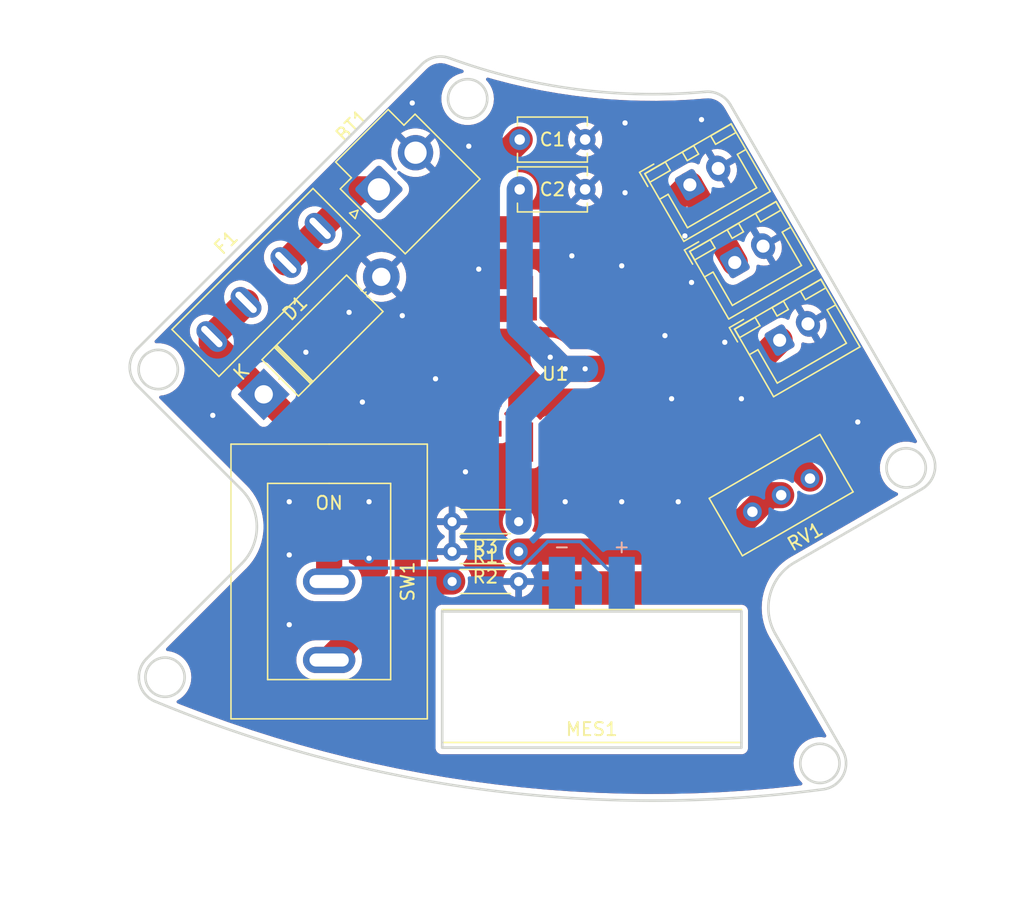
<source format=kicad_pcb>
(kicad_pcb (version 20211014) (generator pcbnew)
  (layers (0 "F.Cu" signal) (31 "B.Cu" signal) (34 "B.Paste" user) (35 "F.Paste" user) (36 "B.SilkS" user "B.Silkscreen") (37 "F.SilkS" user "F.Silkscreen") (38 "B.Mask" user) (39 "F.Mask" user) (44 "Edge.Cuts" user))
  (net 0 "")
  (net 1 "Net-(BT1-Pad1)")
  (net 2 "GND")
  (net 3 "+7.5V")
  (net 4 "+5V")
  (net 5 "Net-(D1-Pad1)")
  (net 6 "Net-(R2-Pad1)")
  (net 7 "Net-(RV1-Pad3)")
  (footprint "Lib:fuse_socket" (layer "F.Cu") (at 130.574051 96.284051 -135)
    (fp_text reference "F1" (at 0 6.858 45) (layer "F.SilkS"))
    (fp_text value "Fuse")
    (fp_line (start 7.62 5.08) (end 7.62 0) (layer "F.SilkS") (width 0.12))
    (fp_line (start -7.62 5.08) (end 0 5.08) (layer "F.SilkS") (width 0.12))
    (fp_line (start 0 0) (end -7.62 0) (layer "F.SilkS") (width 0.12))
    (fp_line (start -7.62 0) (end -7.62 5.08) (layer "F.SilkS") (width 0.12))
    (fp_line (start 7.62 0) (end 0 0) (layer "F.SilkS") (width 0.12))
    (fp_line (start 0 5.08) (end 7.62 5.08) (layer "F.SilkS") (width 0.12))
    (pad "1" thru_hole oval locked (at -2.15 2.54 225) (size 1.5 2.7) (drill oval 0.5 2.1) (layers *.Cu *.Mask) (net 1 "Net-(BT1-Pad1)"))
    (pad "1" thru_hole oval locked (at -5.85 2.54 225) (size 1.5 2.7) (drill oval 0.5 2.1) (layers *.Cu *.Mask) (net 1 "Net-(BT1-Pad1)"))
    (pad "2" thru_hole oval locked (at 5.85 2.54 225) (size 1.5 2.7) (drill oval 0.5 2.1) (layers *.Cu *.Mask) (net 5 "Net-(D1-Pad1)"))
    (pad "2" thru_hole oval locked (at 2.15 2.54 225) (size 1.5 2.7) (drill oval 0.5 2.1) (layers *.Cu *.Mask) (net 5 "Net-(D1-Pad1)"))
  )
  (footprint "Lib:DS-850k" (layer "F.Cu") (at 133.604 117.348 90)
    (fp_text reference "SW1" (at 0 6 90) (layer "F.SilkS"))
    (fp_text value "SW_DIP_x01")
    (fp_text user "ON" (at 6 0) (layer "F.SilkS"))
    (fp_line (start 10.5 -7.5) (end -10.5 -7.5) (layer "F.SilkS") (width 0.12))
    (fp_line (start -7.5 -4.7) (end -7.5 4.7) (layer "F.SilkS") (width 0.12))
    (fp_line (start -10.5 7.5) (end 10.5 7.5) (layer "F.SilkS") (width 0.12))
    (fp_line (start 7.5 -4.7) (end -7.5 -4.7) (layer "F.SilkS") (width 0.12))
    (fp_line (start 10.5 0) (end 10.5 -7.5) (layer "F.SilkS") (width 0.12))
    (fp_line (start -10.5 -7.5) (end -10.5 7.5) (layer "F.SilkS") (width 0.12))
    (fp_line (start -7.5 4.7) (end 7.5 4.7) (layer "F.SilkS") (width 0.12))
    (fp_line (start 7.5 0) (end 7.5 -4.7) (layer "F.SilkS") (width 0.12))
    (fp_line (start 7.5 4.7) (end 7.5 0) (layer "F.SilkS") (width 0.12))
    (fp_line (start 10.5 7.5) (end 10.5 0) (layer "F.SilkS") (width 0.12))
    (pad "1" thru_hole oval locked (at 0 0 180) (size 4 2) (drill oval 3 1) (layers *.Cu *.Mask) (net 5 "Net-(D1-Pad1)"))
    (pad "2" thru_hole oval locked (at -6 0 180) (size 4 2) (drill oval 3 1) (layers *.Cu *.Mask) (net 3 "+7.5V"))
  )
  (footprint "Capacitor_THT:C_Disc_D5.1mm_W3.2mm_P5.00mm" (layer "F.Cu") (at 148.162 87.376)
    (fp_text reference "C2" (at 2.5 0) (layer "F.SilkS"))
    (fp_text value "C")
    (fp_line (start -0.17 -1.721) (end -0.17 -1.055) (layer "F.SilkS") (width 0.12))
    (fp_line (start -0.17 1.721) (end 5.17 1.721) (layer "F.SilkS") (width 0.12))
    (fp_line (start -0.17 1.055) (end -0.17 1.721) (layer "F.SilkS") (width 0.12))
    (fp_line (start -0.17 -1.721) (end 5.17 -1.721) (layer "F.SilkS") (width 0.12))
    (fp_line (start 5.17 -1.721) (end 5.17 -1.055) (layer "F.SilkS") (width 0.12))
    (fp_line (start 5.17 1.055) (end 5.17 1.721) (layer "F.SilkS") (width 0.12))
    (pad "1" thru_hole circle (at 0 0) (size 1.6 1.6) (drill 0.8) (layers *.Cu *.Mask) (net 4 "+5V"))
    (pad "2" thru_hole circle (at 5 0) (size 1.6 1.6) (drill 0.8) (layers *.Cu *.Mask) (net 2 "GND"))
  )
  (footprint "Resistor_THT:R_Axial_DIN0204_L3.6mm_D1.6mm_P5.08mm_Horizontal" (layer "F.Cu") (at 148.082 115.062 180)
    (fp_text reference "R2" (at 2.54 -1.92) (layer "F.SilkS"))
    (fp_text value "R")
    (fp_line (start 0.62 -0.92) (end 4.46 -0.92) (layer "F.SilkS") (width 0.12))
    (fp_line (start 0.62 0.92) (end 4.46 0.92) (layer "F.SilkS") (width 0.12))
    (pad "1" thru_hole circle (at 0 0 180) (size 1.4 1.4) (drill 0.7) (layers *.Cu *.Mask) (net 6 "Net-(R2-Pad1)"))
    (pad "2" thru_hole oval (at 5.08 0 180) (size 1.4 1.4) (drill 0.7) (layers *.Cu *.Mask) (net 2 "GND"))
  )
  (footprint "Diode_THT:D_5W_P12.70mm_Horizontal" (layer "F.Cu") (at 128.605872 103.042129 45)
    (fp_text reference "D1" (at 6.35 -2.97 45) (layer "F.SilkS"))
    (fp_text value "D_Shockley")
    (fp_text user "K" (at 0 -2.4 45) (layer "F.SilkS"))
    (fp_line (start 11.06 0) (end 10.92 0) (layer "F.SilkS") (width 0.12))
    (fp_line (start 3.355 -1.97) (end 3.355 1.97) (layer "F.SilkS") (width 0.12))
    (fp_line (start 10.92 -1.97) (end 1.78 -1.97) (layer "F.SilkS") (width 0.12))
    (fp_line (start 10.92 1.97) (end 10.92 -1.97) (layer "F.SilkS") (width 0.12))
    (fp_line (start 1.64 0) (end 1.78 0) (layer "F.SilkS") (width 0.12))
    (fp_line (start 3.115 -1.97) (end 3.115 1.97) (layer "F.SilkS") (width 0.12))
    (fp_line (start 3.235 -1.97) (end 3.235 1.97) (layer "F.SilkS") (width 0.12))
    (fp_line (start 1.78 1.97) (end 10.92 1.97) (layer "F.SilkS") (width 0.12))
    (fp_line (start 1.78 -1.97) (end 1.78 1.97) (layer "F.SilkS") (width 0.12))
    (pad "1" thru_hole rect (at 0 0 45) (size 2.8 2.8) (drill 1.4) (layers *.Cu *.Mask) (net 5 "Net-(D1-Pad1)"))
    (pad "2" thru_hole oval (at 12.7 0 45) (size 2.8 2.8) (drill 1.4) (layers *.Cu *.Mask) (net 2 "GND"))
  )
  (footprint "Resistor_THT:R_Axial_DIN0204_L3.6mm_D1.6mm_P5.08mm_Horizontal" (layer "F.Cu") (at 148.082 112.776 180)
    (fp_text reference "R3" (at 2.54 -1.92) (layer "F.SilkS"))
    (fp_text value "1.2K")
    (fp_line (start 0.62 -0.92) (end 4.46 -0.92) (layer "F.SilkS") (width 0.12))
    (fp_line (start 0.62 0.92) (end 4.46 0.92) (layer "F.SilkS") (width 0.12))
    (pad "1" thru_hole circle (at 0 0 180) (size 1.4 1.4) (drill 0.7) (layers *.Cu *.Mask) (net 4 "+5V"))
    (pad "2" thru_hole oval (at 5.08 0 180) (size 1.4 1.4) (drill 0.7) (layers *.Cu *.Mask) (net 2 "GND"))
  )
  (footprint "Capacitor_THT:C_Disc_D5.1mm_W3.2mm_P5.00mm" (layer "F.Cu") (at 148.162 83.566)
    (fp_text reference "C1" (at 2.5 0) (layer "F.SilkS"))
    (fp_text value "22μF")
    (fp_line (start -0.17 -1.721) (end -0.17 -1.055) (layer "F.SilkS") (width 0.12))
    (fp_line (start -0.17 -1.721) (end 5.17 -1.721) (layer "F.SilkS") (width 0.12))
    (fp_line (start -0.17 1.055) (end -0.17 1.721) (layer "F.SilkS") (width 0.12))
    (fp_line (start 5.17 1.055) (end 5.17 1.721) (layer "F.SilkS") (width 0.12))
    (fp_line (start -0.17 1.721) (end 5.17 1.721) (layer "F.SilkS") (width 0.12))
    (fp_line (start 5.17 -1.721) (end 5.17 -1.055) (layer "F.SilkS") (width 0.12))
    (pad "1" thru_hole circle (at 0 0) (size 1.6 1.6) (drill 0.8) (layers *.Cu *.Mask) (net 3 "+7.5V"))
    (pad "2" thru_hole circle (at 5 0) (size 1.6 1.6) (drill 0.8) (layers *.Cu *.Mask) (net 2 "GND"))
  )
  (footprint "Lib:voltage_counter" (layer "F.Cu") (at 153.67 129.653 180)
    (fp_text reference "MES1" (at 0 1.016) (layer "F.SilkS"))
    (fp_text value "Voltmeter_DC")
    (fp_text user "+" (at -2.286 14.986) (layer "B.SilkS") (effects (justify mirror)))
    (fp_text user "-" (at 2.286 14.986) (layer "B.SilkS") (effects (justify mirror)))
    (fp_line (start 11.43 10.16) (end 0 10.16) (layer "F.SilkS") (width 0.12))
    (fp_line (start -11.43 10.16) (end -11.43 0) (layer "F.SilkS") (width 0.12))
    (fp_line (start 11.43 0) (end 11.43 10.16) (layer "F.SilkS") (width 0.12))
    (fp_line (start -11.43 0) (end 0 0) (layer "F.SilkS") (width 0.12))
    (fp_line (start 0 10.16) (end -11.43 10.16) (layer "F.SilkS") (width 0.12))
    (fp_line (start 0 0) (end 11.43 0) (layer "F.SilkS") (width 0.12))
    (pad "1" smd rect locked (at 2.286 12.192 180) (size 2 4) (layers "B.Cu" "B.Paste" "B.Mask") (net 2 "GND"))
    (pad "2" smd rect locked (at -2.286 12.192 180) (size 2 4) (layers "B.Cu" "B.Paste" "B.Mask") (net 5 "Net-(D1-Pad1)"))
  )
  (footprint "Connector_JST:JST_XH_B2B-XH-A_1x02_P2.50mm_Vertical" (layer "F.Cu") (at 161.163 87.024797 30)
    (fp_text reference "J1" hide)
    (fp_text value "Conn_01x02_Female" hide)
    (fp_line (start 5.05 -0.2) (end 4.3 -0.2) (layer "F.SilkS") (width 0.12))
    (fp_line (start 3.25 -1.7) (end 5.05 -1.7) (layer "F.SilkS") (width 0.12))
    (fp_line (start -1.6 -2.75) (end -2.85 -2.75) (layer "F.SilkS") (width 0.12))
    (fp_line (start 5.05 -1.7) (end 5.05 -2.45) (layer "F.SilkS") (width 0.12))
    (fp_line (start -2.55 -1.7) (end -0.75 -1.7) (layer "F.SilkS") (width 0.12))
    (fp_line (start 1.75 -2.45) (end 0.75 -2.45) (layer "F.SilkS") (width 0.12))
    (fp_line (start -0.75 -1.7) (end -0.75 -2.45) (layer "F.SilkS") (width 0.12))
    (fp_line (start 5.06 -2.46) (end -2.56 -2.46) (layer "F.SilkS") (width 0.12))
    (fp_line (start -2.55 -2.45) (end -2.55 -1.7) (layer "F.SilkS") (width 0.12))
    (fp_line (start -2.56 -2.46) (end -2.56 3.51) (layer "F.SilkS") (width 0.12))
    (fp_line (start 1.75 -1.7) (end 1.75 -2.45) (layer "F.SilkS") (width 0.12))
    (fp_line (start 4.3 2.75) (end 1.25 2.75) (layer "F.SilkS") (width 0.12))
    (fp_line (start 0.75 -2.45) (end 0.75 -1.7) (layer "F.SilkS") (width 0.12))
    (fp_line (start 3.25 -2.45) (end 3.25 -1.7) (layer "F.SilkS") (width 0.12))
    (fp_line (start -2.56 3.51) (end 5.06 3.51) (layer "F.SilkS") (width 0.12))
    (fp_line (start 5.05 -2.45) (end 3.25 -2.45) (layer "F.SilkS") (width 0.12))
    (fp_line (start 5.06 3.51) (end 5.06 -2.46) (layer "F.SilkS") (width 0.12))
    (fp_line (start -1.8 -0.2) (end -1.8 2.75) (layer "F.SilkS") (width 0.12))
    (fp_line (start -2.55 -0.2) (end -1.8 -0.2) (layer "F.SilkS") (width 0.12))
    (fp_line (start 0.75 -1.7) (end 1.75 -1.7) (layer "F.SilkS") (width 0.12))
    (fp_line (start -0.75 -2.45) (end -2.55 -2.45) (layer "F.SilkS") (width 0.12))
    (fp_line (start 4.3 -0.2) (end 4.3 2.75) (layer "F.SilkS") (width 0.12))
    (fp_line (start -1.8 2.75) (end 1.25 2.75) (layer "F.SilkS") (width 0.12))
    (fp_line (start -2.85 -2.75) (end -2.85 -1.5) (layer "F.SilkS") (width 0.12))
    (pad "1" thru_hole roundrect (at 0 0 30) (size 1.7 2) (drill 1) (layers *.Cu *.Mask) (roundrect_rratio 0.1470588235) (net 3 "+7.5V"))
    (pad "2" thru_hole oval (at 2.5 0 30) (size 1.7 2) (drill 1) (layers *.Cu *.Mask) (net 2 "GND"))
  )
  (footprint "Connector_JST:JST_XH_B2B-XH-A_1x02_P2.50mm_Vertical" (layer "F.Cu") (at 168.021 98.903202 30)
    (fp_text reference "J3" hide)
    (fp_text value "Conn_01x02_Female" hide)
    (fp_line (start -2.55 -0.2) (end -1.8 -0.2) (layer "F.SilkS") (width 0.12))
    (fp_line (start -0.75 -1.7) (end -0.75 -2.45) (layer "F.SilkS") (width 0.12))
    (fp_line (start 4.3 -0.2) (end 4.3 2.75) (layer "F.SilkS") (width 0.12))
    (fp_line (start 1.75 -1.7) (end 1.75 -2.45) (layer "F.SilkS") (width 0.12))
    (fp_line (start -1.8 -0.2) (end -1.8 2.75) (layer "F.SilkS") (width 0.12))
    (fp_line (start -2.56 3.51) (end 5.06 3.51) (layer "F.SilkS") (width 0.12))
    (fp_line (start -1.8 2.75) (end 1.25 2.75) (layer "F.SilkS") (width 0.12))
    (fp_line (start -0.75 -2.45) (end -2.55 -2.45) (layer "F.SilkS") (width 0.12))
    (fp_line (start 5.05 -2.45) (end 3.25 -2.45) (layer "F.SilkS") (width 0.12))
    (fp_line (start 5.05 -0.2) (end 4.3 -0.2) (layer "F.SilkS") (width 0.12))
    (fp_line (start -1.6 -2.75) (end -2.85 -2.75) (layer "F.SilkS") (width 0.12))
    (fp_line (start -2.85 -2.75) (end -2.85 -1.5) (layer "F.SilkS") (width 0.12))
    (fp_line (start 5.06 -2.46) (end -2.56 -2.46) (layer "F.SilkS") (width 0.12))
    (fp_line (start 5.06 3.51) (end 5.06 -2.46) (layer "F.SilkS") (width 0.12))
    (fp_line (start 3.25 -1.7) (end 5.05 -1.7) (layer "F.SilkS") (width 0.12))
    (fp_line (start -2.55 -1.7) (end -0.75 -1.7) (layer "F.SilkS") (width 0.12))
    (fp_line (start -2.56 -2.46) (end -2.56 3.51) (layer "F.SilkS") (width 0.12))
    (fp_line (start -2.55 -2.45) (end -2.55 -1.7) (layer "F.SilkS") (width 0.12))
    (fp_line (start 5.05 -1.7) (end 5.05 -2.45) (layer "F.SilkS") (width 0.12))
    (fp_line (start 3.25 -2.45) (end 3.25 -1.7) (layer "F.SilkS") (width 0.12))
    (fp_line (start 4.3 2.75) (end 1.25 2.75) (layer "F.SilkS") (width 0.12))
    (fp_line (start 0.75 -1.7) (end 1.75 -1.7) (layer "F.SilkS") (width 0.12))
    (fp_line (start 1.75 -2.45) (end 0.75 -2.45) (layer "F.SilkS") (width 0.12))
    (fp_line (start 0.75 -2.45) (end 0.75 -1.7) (layer "F.SilkS") (width 0.12))
    (pad "1" thru_hole roundrect (at 0 0 30) (size 1.7 2) (drill 1) (layers *.Cu *.Mask) (roundrect_rratio 0.1470588235) (net 4 "+5V"))
    (pad "2" thru_hole oval (at 2.5 0 30) (size 1.7 2) (drill 1) (layers *.Cu *.Mask) (net 2 "GND"))
  )
  (footprint "Connector_JST:JST_VH_B2P-VH-B_1x02_P3.96mm_Vertical" (layer "F.Cu") (at 137.40302 87.371163 45)
    (fp_text reference "BT1" (at 1.98 -4.9 45) (layer "F.SilkS"))
    (fp_text value "Battery")
    (fp_line (start -2.06 4.91) (end -2.06 -2.11) (layer "F.SilkS") (width 0.12))
    (fp_line (start 6.02 -2.11) (end 6.02 4.91) (layer "F.SilkS") (width 0.12))
    (fp_line (start -0.86 -2.11) (end -0.86 -3.81) (layer "F.SilkS") (width 0.12))
    (fp_line (start 6.02 4.91) (end -2.06 4.91) (layer "F.SilkS") (width 0.12))
    (fp_line (start -2.26 0) (end -2.86 0.3) (layer "F.SilkS") (width 0.12))
    (fp_line (start -2.86 -0.3) (end -2.26 0) (layer "F.SilkS") (width 0.12))
    (fp_line (start -2.06 -2.11) (end -0.86 -2.11) (layer "F.SilkS") (width 0.12))
    (fp_line (start -0.86 -3.81) (end 4.82 -3.81) (layer "F.SilkS") (width 0.12))
    (fp_line (start -2.86 0.3) (end -2.86 -0.3) (layer "F.SilkS") (width 0.12))
    (fp_line (start 4.82 -3.81) (end 4.82 -2.11) (layer "F.SilkS") (width 0.12))
    (fp_line (start 4.82 -2.11) (end 6.02 -2.11) (layer "F.SilkS") (width 0.12))
    (pad "1" thru_hole roundrect (at 0 0 45) (size 2.7 2.7) (drill 1.7) (layers *.Cu *.Mask) (roundrect_rratio 0.09259296296) (net 1 "Net-(BT1-Pad1)"))
    (pad "2" thru_hole circle (at 3.96 0 45) (size 2.7 2.7) (drill 1.7) (layers *.Cu *.Mask) (net 2 "GND"))
  )
  (footprint "Connector_JST:JST_XH_B2B-XH-A_1x02_P2.50mm_Vertical" (layer "F.Cu") (at 164.592 92.964 30)
    (fp_text reference "J2" hide)
    (fp_text value "Conn_01x02_Female" hide)
    (fp_line (start 1.75 -1.7) (end 1.75 -2.45) (layer "F.SilkS") (width 0.12))
    (fp_line (start 5.06 -2.46) (end -2.56 -2.46) (layer "F.SilkS") (width 0.12))
    (fp_line (start -2.55 -0.2) (end -1.8 -0.2) (layer "F.SilkS") (width 0.12))
    (fp_line (start 1.75 -2.45) (end 0.75 -2.45) (layer "F.SilkS") (width 0.12))
    (fp_line (start 4.3 2.75) (end 1.25 2.75) (layer "F.SilkS") (width 0.12))
    (fp_line (start 5.05 -0.2) (end 4.3 -0.2) (layer "F.SilkS") (width 0.12))
    (fp_line (start 0.75 -2.45) (end 0.75 -1.7) (layer "F.SilkS") (width 0.12))
    (fp_line (start 3.25 -2.45) (end 3.25 -1.7) (layer "F.SilkS") (width 0.12))
    (fp_line (start -0.75 -1.7) (end -0.75 -2.45) (layer "F.SilkS") (width 0.12))
    (fp_line (start -2.55 -2.45) (end -2.55 -1.7) (layer "F.SilkS") (width 0.12))
    (fp_line (start -2.56 3.51) (end 5.06 3.51) (layer "F.SilkS") (width 0.12))
    (fp_line (start 3.25 -1.7) (end 5.05 -1.7) (layer "F.SilkS") (width 0.12))
    (fp_line (start 5.06 3.51) (end 5.06 -2.46) (layer "F.SilkS") (width 0.12))
    (fp_line (start -2.56 -2.46) (end -2.56 3.51) (layer "F.SilkS") (width 0.12))
    (fp_line (start 5.05 -2.45) (end 3.25 -2.45) (layer "F.SilkS") (width 0.12))
    (fp_line (start 5.05 -1.7) (end 5.05 -2.45) (layer "F.SilkS") (width 0.12))
    (fp_line (start -2.85 -2.75) (end -2.85 -1.5) (layer "F.SilkS") (width 0.12))
    (fp_line (start -1.8 2.75) (end 1.25 2.75) (layer "F.SilkS") (width 0.12))
    (fp_line (start 4.3 -0.2) (end 4.3 2.75) (layer "F.SilkS") (width 0.12))
    (fp_line (start -1.8 -0.2) (end -1.8 2.75) (layer "F.SilkS") (width 0.12))
    (fp_line (start -0.75 -2.45) (end -2.55 -2.45) (layer "F.SilkS") (width 0.12))
    (fp_line (start -1.6 -2.75) (end -2.85 -2.75) (layer "F.SilkS") (width 0.12))
    (fp_line (start 0.75 -1.7) (end 1.75 -1.7) (layer "F.SilkS") (width 0.12))
    (fp_line (start -2.55 -1.7) (end -0.75 -1.7) (layer "F.SilkS") (width 0.12))
    (pad "1" thru_hole roundrect (at 0 0 30) (size 1.7 2) (drill 1) (layers *.Cu *.Mask) (roundrect_rratio 0.1470588235) (net 3 "+7.5V"))
    (pad "2" thru_hole oval (at 2.5 0 30) (size 1.7 2) (drill 1) (layers *.Cu *.Mask) (net 2 "GND"))
  )
  (footprint "Potentiometer_THT:Potentiometer_Bourns_3296W_Vertical" (layer "F.Cu") (at 165.939636 112.019 -150)
    (fp_text reference "RV1" (at -2.54 -3.66 30) (layer "F.SilkS"))
    (fp_text value "R_Potentiometer_Trim_US")
    (fp_line (start -7.425 -2.53) (end -7.425 2.54) (layer "F.SilkS") (width 0.12))
    (fp_line (start 2.345 -2.53) (end 2.345 2.54) (layer "F.SilkS") (width 0.12))
    (fp_line (start -7.425 -2.53) (end 2.345 -2.53) (layer "F.SilkS") (width 0.12))
    (fp_line (start -7.425 2.54) (end 2.345 2.54) (layer "F.SilkS") (width 0.12))
    (pad "1" thru_hole circle (at 0 0 210) (size 1.44 1.44) (drill 0.8) (layers *.Cu *.Mask) (net 6 "Net-(R2-Pad1)"))
    (pad "2" thru_hole circle (at -2.54 0 210) (size 1.44 1.44) (drill 0.8) (layers *.Cu *.Mask) (net 6 "Net-(R2-Pad1)"))
    (pad "3" thru_hole circle (at -5.08 0 210) (size 1.44 1.44) (drill 0.8) (layers *.Cu *.Mask) (net 7 "Net-(RV1-Pad3)"))
  )
  (footprint "Resistor_THT:R_Axial_DIN0204_L3.6mm_D1.6mm_P5.08mm_Horizontal" (layer "F.Cu") (at 143.002 117.348)
    (fp_text reference "R1" (at 2.54 -1.92) (layer "F.SilkS"))
    (fp_text value "20K")
    (fp_line (start 0.62 0.92) (end 4.46 0.92) (layer "F.SilkS") (width 0.12))
    (fp_line (start 0.62 -0.92) (end 4.46 -0.92) (layer "F.SilkS") (width 0.12))
    (pad "1" thru_hole circle (at 0 0) (size 1.4 1.4) (drill 0.7) (layers *.Cu *.Mask) (net 3 "+7.5V"))
    (pad "2" thru_hole oval (at 5.08 0) (size 1.4 1.4) (drill 0.7) (layers *.Cu *.Mask) (net 2 "GND"))
  )
  (footprint "Lib:DCDC-murata-6A" (layer "F.Cu") (at 144.776 107.192)
    (fp_text reference "U1" (at 6.096 -5.715 -180) (layer "F.SilkS"))
    (fp_text value "OKL-T_6-W12N-C")
    (pad "1" smd trapezoid locked (at 0.5 -6.1) (size 3 1.2) (layers "F.Cu" "F.Paste" "F.Mask") (net 2 "GND"))
    (pad "2" smd trapezoid locked (at 0.5 -10.68) (size 3 1.2) (layers "F.Cu" "F.Paste" "F.Mask") (net 3 "+7.5V"))
    (pad "2" smd trapezoid locked (at 3.81 -11.7) (size 1.2 3) (layers "F.Cu" "F.Paste" "F.Mask") (net 3 "+7.5V"))
    (pad "2" smd trapezoid locked (at 2.665 -10.68) (size 4.07 1.77) (layers "F.Cu" "F.Paste" "F.Mask") (net 3 "+7.5V"))
    (pad "3" smd trapezoid locked (at 6.1 -11.7) (size 1.2 3) (layers "F.Cu" "F.Paste" "F.Mask") (net 2 "GND"))
    (pad "3" smd trapezoid locked (at 7.245 -10.68) (size 4.07 1.77) (layers "F.Cu" "F.Paste" "F.Mask") (net 2 "GND"))
    (pad "3" smd trapezoid locked (at 8.39 -11.7) (size 1.2 3) (layers "F.Cu" "F.Paste" "F.Mask") (net 2 "GND"))
    (pad "4" smd trapezoid locked (at 11.7 -10.68) (size 3 1.2) (layers "F.Cu" "F.Paste" "F.Mask") (net 4 "+5V"))
    (pad "4" smd trapezoid locked (at 10.7 -9.535) (size 1.77 4.07) (layers "F.Cu" "F.Paste" "F.Mask") (net 4 "+5V"))
    (pad "5" smd trapezoid locked (at 11.7 -6.1) (size 3 1.2) (layers "F.Cu" "F.Paste" "F.Mask") (net 4 "+5V"))
    (pad "6" smd trapezoid locked (at 11.7 -1.52) (size 3 1.2) (layers "F.Cu" "F.Paste" "F.Mask") (net 7 "Net-(RV1-Pad3)"))
    (pad "7" smd trapezoid locked (at 6.1 -0.5) (size 1.2 3) (layers "F.Cu" "F.Paste" "F.Mask") (net 2 "GND"))
    (pad "8" smd trapezoid locked (at 3.81 -0.5) (size 1.2 3) (layers "F.Cu" "F.Paste" "F.Mask"))
    (pad "9" smd trapezoid locked (at 0.5 -1.52) (size 3 1.2) (layers "F.Cu" "F.Paste" "F.Mask"))
    (pad "10" smd trapezoid locked (at 0.5 -3.81) (size 3 1.2) (layers "F.Cu" "F.Paste" "F.Mask"))
    (pad "11" smd trapezoid locked (at 12.45 -3.81) (size 1.5 1.2) (layers "F.Cu" "F.Paste" "F.Mask"))
    (pad "12" smd trapezoid locked (at 8.39 -0.5) (size 1.2 3) (layers "F.Cu" "F.Paste" "F.Mask"))
    (pad "13" smd trapezoid locked (at 10.7 -3.81) (size 1 1.2) (layers "F.Cu" "F.Paste" "F.Mask"))
  )
  (gr_arc (start 118.95601 102.378291) (mid 118.370223 100.964078) (end 118.95601 99.549864) (layer "Edge.Cuts") (width 0.2))
  (gr_line (start 126.910961 115.990097) (end 119.651769 123.249288) (layer "Edge.Cuts") (width 0.2))
  (gr_circle (center 177.685994 108.663346) (end 177.685994 107.163346) (layer "Edge.Cuts") (width 0.2) (fill none))
  (gr_arc (start 126.910961 110.333243) (mid 128.082534 113.16167) (end 126.910961 115.990097) (layer "Edge.Cuts") (width 0.2))
  (gr_arc (start 162.347407 79.915282) (mid 152.432824 79.7121) (end 142.803484 77.342276) (layer "Edge.Cuts") (width 0.2))
  (gr_line (start 179.634551 107.538346) (end 164.259053 80.907202) (layer "Edge.Cuts") (width 0.2))
  (gr_circle (center 144.1841 80.449124) (end 144.1841 78.949124) (layer "Edge.Cuts") (width 0.2) (fill none))
  (gr_rect (start 142.24 119.634) (end 165.1 130.048) (layer "Edge.Cuts") (width 0.2) (fill none))
  (gr_arc (start 167.695613 121.359498) (mid 167.296011 118.324222) (end 169.159714 115.895396) (layer "Edge.Cuts") (width 0.2))
  (gr_arc (start 140.700247 77.805626) (mid 141.684172 77.266676) (end 142.803484 77.342276) (layer "Edge.Cuts") (width 0.2))
  (gr_arc (start 179.634551 107.538346) (mid 179.834352 109.055984) (end 178.9025 110.270396) (layer "Edge.Cuts") (width 0.2))
  (gr_arc (start 120.298137 126.510232) (mid 119.10415 125.052366) (end 119.651769 123.249288) (layer "Edge.Cuts") (width 0.2))
  (gr_line (start 169.159714 115.895396) (end 178.9025 110.270396) (layer "Edge.Cuts") (width 0.2))
  (gr_line (start 140.700247 77.805626) (end 118.95601 99.549864) (layer "Edge.Cuts") (width 0.2))
  (gr_circle (center 171.096586 131.250156) (end 171.096586 129.750156) (layer "Edge.Cuts") (width 0.2) (fill none))
  (gr_line (start 118.95601 102.378291) (end 126.910961 110.333243) (layer "Edge.Cuts") (width 0.2))
  (gr_arc (start 172.828636 130.250156) (mid 172.890924 132.133529) (end 171.360299 133.232693) (layer "Edge.Cuts") (width 0.2))
  (gr_line (start 172.828636 130.250156) (end 167.695613 121.359498) (layer "Edge.Cuts") (width 0.2))
  (gr_arc (start 171.360299 133.232693) (mid 145.384409 133.250122) (end 120.298137 126.510232) (layer "Edge.Cuts") (width 0.2))
  (gr_circle (center 120.547 101.140854) (end 120.547 99.640854) (layer "Edge.Cuts") (width 0.2) (fill none))
  (gr_arc (start 162.347407 79.915282) (mid 163.448146 80.131957) (end 164.259053 80.907202) (layer "Edge.Cuts") (width 0.2))
  (gr_circle (center 121.065983 124.663502) (end 121.065983 123.163502) (layer "Edge.Cuts") (width 0.2) (fill none))
  (segment (start 137.40302 87.371163) (end 135.894836 87.371163) (width 2) (layer "F.Cu") (net 1))
  (segment (start 132.914574 90.351425) (end 130.298279 92.96772) (width 2) (layer "F.Cu") (net 1))
  (segment (start 135.894836 87.371163) (end 132.914574 90.351425) (width 2) (layer "F.Cu") (net 1))
  (via (at 144.018 108.966) (size 0.8) (drill 0.4) (layers "F.Cu" "B.Cu") (net 2))
  (via (at 151.638 111.252) (size 0.8) (drill 0.4) (layers "F.Cu" "B.Cu") (net 2))
  (via (at 152.146 92.456) (size 0.8) (drill 0.4) (layers "F.Cu" "B.Cu") (net 2))
  (via (at 165.1 103.378) (size 0.8) (drill 0.4) (layers "F.Cu" "B.Cu") (net 2))
  (via (at 131.826 99.822) (size 0.8) (drill 0.4) (layers "F.Cu" "B.Cu") (net 2))
  (via (at 159.766 103.378) (size 0.8) (drill 0.4) (layers "F.Cu" "B.Cu") (net 2))
  (via (at 156.21 82.296) (size 0.8) (drill 0.4) (layers "F.Cu" "B.Cu") (net 2))
  (via (at 136.144 103.632) (size 0.8) (drill 0.4) (layers "F.Cu" "B.Cu") (net 2))
  (via (at 155.956 93.218) (size 0.8) (drill 0.4) (layers "F.Cu" "B.Cu") (net 2))
  (via (at 139.954 80.772) (size 0.8) (drill 0.4) (layers "F.Cu" "B.Cu") (net 2))
  (via (at 139.192 97.028) (size 0.8) (drill 0.4) (layers "F.Cu" "B.Cu") (net 2))
  (via (at 130.556 115.316) (size 0.8) (drill 0.4) (layers "F.Cu" "B.Cu") (net 2))
  (via (at 162.052 82.042) (size 0.8) (drill 0.4) (layers "F.Cu" "B.Cu") (net 2))
  (via (at 173.99 105.156) (size 0.8) (drill 0.4) (layers "F.Cu" "B.Cu") (net 2))
  (via (at 124.714 104.648) (size 0.8) (drill 0.4) (layers "F.Cu" "B.Cu") (net 2))
  (via (at 136.652 115.57) (size 0.8) (drill 0.4) (layers "F.Cu" "B.Cu") (net 2))
  (via (at 145.034 93.472) (size 0.8) (drill 0.4) (layers "F.Cu" "B.Cu") (net 2))
  (via (at 136.652 111.252) (size 0.8) (drill 0.4) (layers "F.Cu" "B.Cu") (net 2))
  (via (at 155.956 111.252) (size 0.8) (drill 0.4) (layers "F.Cu" "B.Cu") (net 2))
  (via (at 159.258 98.552) (size 0.8) (drill 0.4) (layers "F.Cu" "B.Cu") (net 2))
  (via (at 135.128 96.774) (size 0.8) (drill 0.4) (layers "F.Cu" "B.Cu") (net 2))
  (via (at 163.83 99.06) (size 0.8) (drill 0.4) (layers "F.Cu" "B.Cu") (net 2))
  (via (at 141.732 101.854) (size 0.8) (drill 0.4) (layers "F.Cu" "B.Cu") (net 2))
  (via (at 160.782 90.932) (size 0.8) (drill 0.4) (layers "F.Cu" "B.Cu") (net 2))
  (via (at 160.274 111.252) (size 0.8) (drill 0.4) (layers "F.Cu" "B.Cu") (net 2))
  (via (at 144.272 84.074) (size 0.8) (drill 0.4) (layers "F.Cu" "B.Cu") (net 2))
  (via (at 156.21 87.63) (size 0.8) (drill 0.4) (layers "F.Cu" "B.Cu") (net 2))
  (via (at 130.556 111.252) (size 0.8) (drill 0.4) (layers "F.Cu" "B.Cu") (net 2))
  (via (at 130.556 120.65) (size 0.8) (drill 0.4) (layers "F.Cu" "B.Cu") (net 2))
  (via (at 161.29 94.488) (size 0.8) (drill 0.4) (layers "F.Cu" "B.Cu") (net 2))
  (segment (start 147.441 96.512) (end 144.026 96.512) (width 2) (layer "F.Cu") (net 3))
  (segment (start 145.542 86.186) (end 145.542 90.424) (width 2) (layer "F.Cu") (net 3))
  (segment (start 157.763797 90.424) (end 161.163 87.024797) (width 2) (layer "F.Cu") (net 3))
  (segment (start 139.604 100.934) (end 141.478 99.06) (width 2) (layer "F.Cu") (net 3))
  (segment (start 139.604 117.348) (end 133.604 123.348) (width 2) (layer "F.Cu") (net 3))
  (segment (start 144.026 96.512) (end 139.604 100.934) (width 2) (layer "F.Cu") (net 3))
  (segment (start 145.542 90.424) (end 157.763797 90.424) (width 2) (layer "F.Cu") (net 3))
  (segment (start 161.163 87.024797) (end 164.592 92.964) (width 2) (layer "F.Cu") (net 3))
  (segment (start 141.478 99.06) (end 141.478 91.186) (width 2) (layer "F.Cu") (net 3))
  (segment (start 148.162 83.566) (end 145.542 86.186) (width 2) (layer "F.Cu") (net 3))
  (segment (start 142.24 90.424) (end 145.542 90.424) (width 2) (layer "F.Cu") (net 3))
  (segment (start 139.604 100.934) (end 139.604 117.348) (width 2) (layer "F.Cu") (net 3))
  (segment (start 143.002 117.348) (end 139.604 117.348) (width 2) (layer "F.Cu") (net 3))
  (segment (start 141.478 91.186) (end 142.24 90.424) (width 2) (layer "F.Cu") (net 3))
  (segment (start 153.162 101.092) (end 156.476 101.092) (width 2) (layer "F.Cu") (net 4))
  (segment (start 155.476 97.657) (end 155.476 100.092) (width 2) (layer "F.Cu") (net 4))
  (segment (start 156.476 101.092) (end 165.832202 101.092) (width 2) (layer "F.Cu") (net 4))
  (segment (start 155.476 100.092) (end 156.476 101.092) (width 2) (layer "F.Cu") (net 4))
  (segment (start 165.832202 101.092) (end 168.021 98.903202) (width 2) (layer "F.Cu") (net 4))
  (segment (start 151.384 101.092) (end 150.495 100.203) (width 2) (layer "F.Cu") (net 4))
  (segment (start 153.162 101.092) (end 151.384 101.092) (width 2) (layer "F.Cu") (net 4))
  (via (at 151.638 101.092) (size 0.8) (drill 0.4) (layers "F.Cu" "B.Cu") (net 4))
  (via (at 150.495 100.203) (size 0.8) (drill 0.4) (layers "F.Cu" "B.Cu") (net 4))
  (via (at 153.162 101.092) (size 0.8) (drill 0.4) (layers "F.Cu" "B.Cu") (net 4))
  (segment (start 148.082 104.648) (end 151.638 101.092) (width 2) (layer "B.Cu") (net 4))
  (segment (start 148.162 97.87) (end 148.162 87.376) (width 2) (layer "B.Cu") (net 4))
  (segment (start 150.495 100.203) (end 148.162 97.87) (width 2) (layer "B.Cu") (net 4))
  (segment (start 151.384 101.092) (end 150.495 100.203) (width 2) (layer "B.Cu") (net 4))
  (segment (start 151.638 101.092) (end 153.162 101.092) (width 2) (layer "B.Cu") (net 4))
  (segment (start 151.638 101.092) (end 151.384 101.092) (width 2) (layer "B.Cu") (net 4))
  (segment (start 148.082 112.776) (end 148.082 104.648) (width 2) (layer "B.Cu") (net 4))
  (segment (start 124.641425 98.624574) (end 124.641425 99.077682) (width 2) (layer "F.Cu") (net 5))
  (segment (start 124.641425 99.077682) (end 128.605872 103.042129) (width 2) (layer "F.Cu") (net 5))
  (segment (start 133.604 117.348) (end 133.604 108.040258) (width 2) (layer "F.Cu") (net 5))
  (segment (start 133.604 108.040258) (end 128.605872 103.042129) (width 2) (layer "F.Cu") (net 5))
  (segment (start 127.25772 96.008279) (end 124.641425 98.624574) (width 2) (layer "F.Cu") (net 5))
  (segment (start 150.292878 114.3) (end 148.269389 116.323489) (width 0.25) (layer "B.Cu") (net 5))
  (segment (start 152.795 114.3) (end 150.292878 114.3) (width 0.25) (layer "B.Cu") (net 5))
  (segment (start 148.269389 116.323489) (end 134.628511 116.323489) (width 0.25) (layer "B.Cu") (net 5))
  (segment (start 134.628511 116.323489) (end 133.604 117.348) (width 0.25) (layer "B.Cu") (net 5))
  (segment (start 155.956 117.461) (end 152.795 114.3) (width 0.25) (layer "B.Cu") (net 5))
  (segment (start 162.896636 115.062) (end 165.939636 112.019) (width 2) (layer "F.Cu") (net 6))
  (segment (start 148.082 115.062) (end 162.896636 115.062) (width 2) (layer "F.Cu") (net 6))
  (segment (start 167.209636 110.749) (end 165.939636 112.019) (width 2) (layer "F.Cu") (net 6))
  (segment (start 168.139341 110.749) (end 167.209636 110.749) (width 2) (layer "F.Cu") (net 6))
  (segment (start 166.532045 105.672) (end 156.476 105.672) (width 2) (layer "F.Cu") (net 7))
  (segment (start 170.339045 109.479) (end 166.532045 105.672) (width 2) (layer "F.Cu") (net 7))
  (zone (net 2) (net_name "GND") (layers F&B.Cu) (connect_pads (clearance 0.508)) (min_thickness 0.254) (fill yes (thermal_gap 0.508) (thermal_bridge_width 0.508))
    (polygon (pts (xy 186.69 142.24) (xy 108.458 142.24) (xy 108.458 72.898) (xy 186.69 72.898)))
  )
)
</source>
